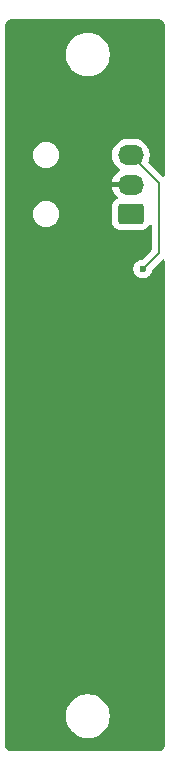
<source format=gbr>
%TF.GenerationSoftware,KiCad,Pcbnew,9.0.1*%
%TF.CreationDate,2025-09-15T21:48:15-05:00*%
%TF.ProjectId,IndicationPCB,496e6469-6361-4746-996f-6e5043422e6b,rev?*%
%TF.SameCoordinates,Original*%
%TF.FileFunction,Copper,L2,Bot*%
%TF.FilePolarity,Positive*%
%FSLAX46Y46*%
G04 Gerber Fmt 4.6, Leading zero omitted, Abs format (unit mm)*
G04 Created by KiCad (PCBNEW 9.0.1) date 2025-09-15 21:48:15*
%MOMM*%
%LPD*%
G01*
G04 APERTURE LIST*
G04 Aperture macros list*
%AMRoundRect*
0 Rectangle with rounded corners*
0 $1 Rounding radius*
0 $2 $3 $4 $5 $6 $7 $8 $9 X,Y pos of 4 corners*
0 Add a 4 corners polygon primitive as box body*
4,1,4,$2,$3,$4,$5,$6,$7,$8,$9,$2,$3,0*
0 Add four circle primitives for the rounded corners*
1,1,$1+$1,$2,$3*
1,1,$1+$1,$4,$5*
1,1,$1+$1,$6,$7*
1,1,$1+$1,$8,$9*
0 Add four rect primitives between the rounded corners*
20,1,$1+$1,$2,$3,$4,$5,0*
20,1,$1+$1,$4,$5,$6,$7,0*
20,1,$1+$1,$6,$7,$8,$9,0*
20,1,$1+$1,$8,$9,$2,$3,0*%
G04 Aperture macros list end*
%TA.AperFunction,ComponentPad*%
%ADD10RoundRect,0.250000X0.850000X0.600000X-0.850000X0.600000X-0.850000X-0.600000X0.850000X-0.600000X0*%
%TD*%
%TA.AperFunction,ComponentPad*%
%ADD11O,2.200000X1.700000*%
%TD*%
%TA.AperFunction,ViaPad*%
%ADD12C,0.600000*%
%TD*%
%TA.AperFunction,Conductor*%
%ADD13C,0.200000*%
%TD*%
G04 APERTURE END LIST*
D10*
%TO.P,J1,1,Pin_1*%
%TO.N,+5V*%
X148140000Y-65500000D03*
D11*
%TO.P,J1,2,Pin_2*%
%TO.N,GND*%
X148140000Y-63000000D03*
%TO.P,J1,3,Pin_3*%
%TO.N,/DIN*%
X148140000Y-60500000D03*
%TD*%
D12*
%TO.N,/DIN*%
X149150000Y-70150000D03*
%TD*%
D13*
%TO.N,/DIN*%
X150500000Y-68800000D02*
X150500000Y-62860000D01*
X150500000Y-62860000D02*
X148140000Y-60500000D01*
X149150000Y-70150000D02*
X150500000Y-68800000D01*
%TD*%
%TA.AperFunction,Conductor*%
%TO.N,GND*%
G36*
X150506922Y-49001280D02*
G01*
X150597266Y-49011459D01*
X150624331Y-49017636D01*
X150703540Y-49045352D01*
X150728553Y-49057398D01*
X150799606Y-49102043D01*
X150821313Y-49119355D01*
X150880644Y-49178686D01*
X150897957Y-49200395D01*
X150942600Y-49271444D01*
X150954648Y-49296462D01*
X150982362Y-49375666D01*
X150988540Y-49402735D01*
X150998720Y-49493076D01*
X150999500Y-49506961D01*
X150999500Y-62210903D01*
X150979815Y-62277942D01*
X150927011Y-62323697D01*
X150857853Y-62333641D01*
X150794297Y-62304616D01*
X150787819Y-62298584D01*
X149660061Y-61170826D01*
X149626576Y-61109503D01*
X149631560Y-61039811D01*
X149637260Y-61026845D01*
X149641555Y-61018415D01*
X149641557Y-61018412D01*
X149707246Y-60816243D01*
X149740500Y-60606287D01*
X149740500Y-60393713D01*
X149707246Y-60183757D01*
X149641557Y-59981588D01*
X149545051Y-59792184D01*
X149545049Y-59792181D01*
X149545048Y-59792179D01*
X149420109Y-59620213D01*
X149269786Y-59469890D01*
X149097820Y-59344951D01*
X148908414Y-59248444D01*
X148908413Y-59248443D01*
X148908412Y-59248443D01*
X148706243Y-59182754D01*
X148706241Y-59182753D01*
X148706240Y-59182753D01*
X148544957Y-59157208D01*
X148496287Y-59149500D01*
X147783713Y-59149500D01*
X147735042Y-59157208D01*
X147573760Y-59182753D01*
X147371585Y-59248444D01*
X147182179Y-59344951D01*
X147010213Y-59469890D01*
X146859890Y-59620213D01*
X146734951Y-59792179D01*
X146638444Y-59981585D01*
X146572753Y-60183760D01*
X146563481Y-60242302D01*
X146539500Y-60393713D01*
X146539500Y-60606287D01*
X146572754Y-60816243D01*
X146607261Y-60922445D01*
X146638444Y-61018414D01*
X146734951Y-61207820D01*
X146859890Y-61379786D01*
X147010209Y-61530105D01*
X147010214Y-61530109D01*
X147175218Y-61649991D01*
X147217884Y-61705320D01*
X147223863Y-61774934D01*
X147191258Y-61836729D01*
X147175218Y-61850627D01*
X147010540Y-61970272D01*
X147010535Y-61970276D01*
X146860276Y-62120535D01*
X146860272Y-62120540D01*
X146735379Y-62292442D01*
X146638904Y-62481782D01*
X146573242Y-62683870D01*
X146573242Y-62683873D01*
X146562769Y-62750000D01*
X147591518Y-62750000D01*
X147580889Y-62768409D01*
X147540000Y-62921009D01*
X147540000Y-63078991D01*
X147580889Y-63231591D01*
X147591518Y-63250000D01*
X146562769Y-63250000D01*
X146573242Y-63316126D01*
X146573242Y-63316129D01*
X146638904Y-63518217D01*
X146735379Y-63707557D01*
X146860272Y-63879459D01*
X146860276Y-63879464D01*
X146999143Y-64018331D01*
X147032628Y-64079654D01*
X147027644Y-64149346D01*
X146985772Y-64205279D01*
X146976559Y-64211551D01*
X146821342Y-64307289D01*
X146697289Y-64431342D01*
X146605187Y-64580663D01*
X146605186Y-64580666D01*
X146550001Y-64747203D01*
X146550001Y-64747204D01*
X146550000Y-64747204D01*
X146539500Y-64849983D01*
X146539500Y-66150001D01*
X146539501Y-66150018D01*
X146550000Y-66252796D01*
X146550001Y-66252799D01*
X146578702Y-66339411D01*
X146605186Y-66419334D01*
X146697288Y-66568656D01*
X146821344Y-66692712D01*
X146970666Y-66784814D01*
X147137203Y-66839999D01*
X147239991Y-66850500D01*
X149040008Y-66850499D01*
X149142797Y-66839999D01*
X149309334Y-66784814D01*
X149458656Y-66692712D01*
X149582712Y-66568656D01*
X149669961Y-66427201D01*
X149721909Y-66380477D01*
X149790871Y-66369254D01*
X149854954Y-66397098D01*
X149893810Y-66455166D01*
X149899500Y-66492298D01*
X149899500Y-68499903D01*
X149879815Y-68566942D01*
X149863181Y-68587584D01*
X149135339Y-69315425D01*
X149074016Y-69348910D01*
X149071850Y-69349361D01*
X148916508Y-69380261D01*
X148916498Y-69380264D01*
X148770827Y-69440602D01*
X148770814Y-69440609D01*
X148639711Y-69528210D01*
X148639707Y-69528213D01*
X148528213Y-69639707D01*
X148528210Y-69639711D01*
X148440609Y-69770814D01*
X148440602Y-69770827D01*
X148380264Y-69916498D01*
X148380261Y-69916510D01*
X148349500Y-70071153D01*
X148349500Y-70228846D01*
X148380261Y-70383489D01*
X148380264Y-70383501D01*
X148440602Y-70529172D01*
X148440609Y-70529185D01*
X148528210Y-70660288D01*
X148528213Y-70660292D01*
X148639707Y-70771786D01*
X148639711Y-70771789D01*
X148770814Y-70859390D01*
X148770827Y-70859397D01*
X148916498Y-70919735D01*
X148916503Y-70919737D01*
X149071153Y-70950499D01*
X149071156Y-70950500D01*
X149071158Y-70950500D01*
X149228844Y-70950500D01*
X149228845Y-70950499D01*
X149383497Y-70919737D01*
X149529179Y-70859394D01*
X149660289Y-70771789D01*
X149771789Y-70660289D01*
X149859394Y-70529179D01*
X149919737Y-70383497D01*
X149939113Y-70286085D01*
X149950638Y-70228150D01*
X149983023Y-70166239D01*
X149984520Y-70164714D01*
X150787819Y-69361414D01*
X150849142Y-69327930D01*
X150918834Y-69332914D01*
X150974767Y-69374786D01*
X150999184Y-69440250D01*
X150999500Y-69449096D01*
X150999500Y-110493038D01*
X150998720Y-110506922D01*
X150998720Y-110506923D01*
X150988540Y-110597264D01*
X150982362Y-110624333D01*
X150954648Y-110703537D01*
X150942600Y-110728555D01*
X150897957Y-110799604D01*
X150880644Y-110821313D01*
X150821313Y-110880644D01*
X150799604Y-110897957D01*
X150728555Y-110942600D01*
X150703537Y-110954648D01*
X150624333Y-110982362D01*
X150597264Y-110988540D01*
X150517075Y-110997576D01*
X150506921Y-110998720D01*
X150493038Y-110999500D01*
X138006962Y-110999500D01*
X137993078Y-110998720D01*
X137980553Y-110997308D01*
X137902735Y-110988540D01*
X137875666Y-110982362D01*
X137796462Y-110954648D01*
X137771444Y-110942600D01*
X137700395Y-110897957D01*
X137678686Y-110880644D01*
X137619355Y-110821313D01*
X137602042Y-110799604D01*
X137557399Y-110728555D01*
X137545351Y-110703537D01*
X137517637Y-110624333D01*
X137511459Y-110597263D01*
X137501280Y-110506922D01*
X137500500Y-110493038D01*
X137500500Y-107878711D01*
X142649500Y-107878711D01*
X142649500Y-108121288D01*
X142681161Y-108361785D01*
X142743947Y-108596104D01*
X142836773Y-108820205D01*
X142836776Y-108820212D01*
X142958064Y-109030289D01*
X142958066Y-109030292D01*
X142958067Y-109030293D01*
X143105733Y-109222736D01*
X143105739Y-109222743D01*
X143277256Y-109394260D01*
X143277262Y-109394265D01*
X143469711Y-109541936D01*
X143679788Y-109663224D01*
X143903900Y-109756054D01*
X144138211Y-109818838D01*
X144318586Y-109842584D01*
X144378711Y-109850500D01*
X144378712Y-109850500D01*
X144621289Y-109850500D01*
X144669388Y-109844167D01*
X144861789Y-109818838D01*
X145096100Y-109756054D01*
X145320212Y-109663224D01*
X145530289Y-109541936D01*
X145722738Y-109394265D01*
X145894265Y-109222738D01*
X146041936Y-109030289D01*
X146163224Y-108820212D01*
X146256054Y-108596100D01*
X146318838Y-108361789D01*
X146350500Y-108121288D01*
X146350500Y-107878712D01*
X146318838Y-107638211D01*
X146256054Y-107403900D01*
X146163224Y-107179788D01*
X146041936Y-106969711D01*
X145894265Y-106777262D01*
X145894260Y-106777256D01*
X145722743Y-106605739D01*
X145722736Y-106605733D01*
X145530293Y-106458067D01*
X145530292Y-106458066D01*
X145530289Y-106458064D01*
X145320212Y-106336776D01*
X145320205Y-106336773D01*
X145096104Y-106243947D01*
X144861785Y-106181161D01*
X144621289Y-106149500D01*
X144621288Y-106149500D01*
X144378712Y-106149500D01*
X144378711Y-106149500D01*
X144138214Y-106181161D01*
X143903895Y-106243947D01*
X143679794Y-106336773D01*
X143679785Y-106336777D01*
X143469706Y-106458067D01*
X143277263Y-106605733D01*
X143277256Y-106605739D01*
X143105739Y-106777256D01*
X143105733Y-106777263D01*
X142958067Y-106969706D01*
X142836777Y-107179785D01*
X142836773Y-107179794D01*
X142743947Y-107403895D01*
X142681161Y-107638214D01*
X142649500Y-107878711D01*
X137500500Y-107878711D01*
X137500500Y-65413389D01*
X139859500Y-65413389D01*
X139859500Y-65586611D01*
X139886598Y-65757701D01*
X139940127Y-65922445D01*
X140018768Y-66076788D01*
X140120586Y-66216928D01*
X140243072Y-66339414D01*
X140383212Y-66441232D01*
X140537555Y-66519873D01*
X140702299Y-66573402D01*
X140873389Y-66600500D01*
X140873390Y-66600500D01*
X141046610Y-66600500D01*
X141046611Y-66600500D01*
X141217701Y-66573402D01*
X141382445Y-66519873D01*
X141536788Y-66441232D01*
X141676928Y-66339414D01*
X141799414Y-66216928D01*
X141901232Y-66076788D01*
X141979873Y-65922445D01*
X142033402Y-65757701D01*
X142060500Y-65586611D01*
X142060500Y-65413389D01*
X142033402Y-65242299D01*
X141979873Y-65077555D01*
X141901232Y-64923212D01*
X141799414Y-64783072D01*
X141676928Y-64660586D01*
X141536788Y-64558768D01*
X141382447Y-64480128D01*
X141382446Y-64480127D01*
X141382445Y-64480127D01*
X141217701Y-64426598D01*
X141217699Y-64426597D01*
X141217698Y-64426597D01*
X141086271Y-64405781D01*
X141046611Y-64399500D01*
X140873389Y-64399500D01*
X140833728Y-64405781D01*
X140702302Y-64426597D01*
X140537552Y-64480128D01*
X140383211Y-64558768D01*
X140353069Y-64580668D01*
X140243072Y-64660586D01*
X140243070Y-64660588D01*
X140243069Y-64660588D01*
X140120588Y-64783069D01*
X140120588Y-64783070D01*
X140120586Y-64783072D01*
X140076859Y-64843256D01*
X140018768Y-64923211D01*
X139940128Y-65077552D01*
X139886597Y-65242302D01*
X139859500Y-65413389D01*
X137500500Y-65413389D01*
X137500500Y-60413389D01*
X139859500Y-60413389D01*
X139859500Y-60586611D01*
X139886598Y-60757701D01*
X139940127Y-60922445D01*
X140018768Y-61076788D01*
X140120586Y-61216928D01*
X140243072Y-61339414D01*
X140383212Y-61441232D01*
X140537555Y-61519873D01*
X140702299Y-61573402D01*
X140873389Y-61600500D01*
X140873390Y-61600500D01*
X141046610Y-61600500D01*
X141046611Y-61600500D01*
X141217701Y-61573402D01*
X141382445Y-61519873D01*
X141536788Y-61441232D01*
X141676928Y-61339414D01*
X141799414Y-61216928D01*
X141901232Y-61076788D01*
X141979873Y-60922445D01*
X142033402Y-60757701D01*
X142060500Y-60586611D01*
X142060500Y-60413389D01*
X142033402Y-60242299D01*
X141979873Y-60077555D01*
X141901232Y-59923212D01*
X141799414Y-59783072D01*
X141676928Y-59660586D01*
X141536788Y-59558768D01*
X141382445Y-59480127D01*
X141217701Y-59426598D01*
X141217699Y-59426597D01*
X141217698Y-59426597D01*
X141086271Y-59405781D01*
X141046611Y-59399500D01*
X140873389Y-59399500D01*
X140833728Y-59405781D01*
X140702302Y-59426597D01*
X140537552Y-59480128D01*
X140383211Y-59558768D01*
X140303256Y-59616859D01*
X140243072Y-59660586D01*
X140243070Y-59660588D01*
X140243069Y-59660588D01*
X140120588Y-59783069D01*
X140120588Y-59783070D01*
X140120586Y-59783072D01*
X140113966Y-59792184D01*
X140018768Y-59923211D01*
X139940128Y-60077552D01*
X139886597Y-60242302D01*
X139862616Y-60393713D01*
X139859500Y-60413389D01*
X137500500Y-60413389D01*
X137500500Y-51878711D01*
X142649500Y-51878711D01*
X142649500Y-52121288D01*
X142681161Y-52361785D01*
X142743947Y-52596104D01*
X142836773Y-52820205D01*
X142836776Y-52820212D01*
X142958064Y-53030289D01*
X142958066Y-53030292D01*
X142958067Y-53030293D01*
X143105733Y-53222736D01*
X143105739Y-53222743D01*
X143277256Y-53394260D01*
X143277262Y-53394265D01*
X143469711Y-53541936D01*
X143679788Y-53663224D01*
X143903900Y-53756054D01*
X144138211Y-53818838D01*
X144318586Y-53842584D01*
X144378711Y-53850500D01*
X144378712Y-53850500D01*
X144621289Y-53850500D01*
X144669388Y-53844167D01*
X144861789Y-53818838D01*
X145096100Y-53756054D01*
X145320212Y-53663224D01*
X145530289Y-53541936D01*
X145722738Y-53394265D01*
X145894265Y-53222738D01*
X146041936Y-53030289D01*
X146163224Y-52820212D01*
X146256054Y-52596100D01*
X146318838Y-52361789D01*
X146350500Y-52121288D01*
X146350500Y-51878712D01*
X146318838Y-51638211D01*
X146256054Y-51403900D01*
X146163224Y-51179788D01*
X146041936Y-50969711D01*
X145894265Y-50777262D01*
X145894260Y-50777256D01*
X145722743Y-50605739D01*
X145722736Y-50605733D01*
X145530293Y-50458067D01*
X145530292Y-50458066D01*
X145530289Y-50458064D01*
X145320212Y-50336776D01*
X145320205Y-50336773D01*
X145096104Y-50243947D01*
X144861785Y-50181161D01*
X144621289Y-50149500D01*
X144621288Y-50149500D01*
X144378712Y-50149500D01*
X144378711Y-50149500D01*
X144138214Y-50181161D01*
X143903895Y-50243947D01*
X143679794Y-50336773D01*
X143679785Y-50336777D01*
X143469706Y-50458067D01*
X143277263Y-50605733D01*
X143277256Y-50605739D01*
X143105739Y-50777256D01*
X143105733Y-50777263D01*
X142958067Y-50969706D01*
X142836777Y-51179785D01*
X142836773Y-51179794D01*
X142743947Y-51403895D01*
X142681161Y-51638214D01*
X142649500Y-51878711D01*
X137500500Y-51878711D01*
X137500500Y-49506961D01*
X137501280Y-49493077D01*
X137501280Y-49493076D01*
X137511460Y-49402729D01*
X137517635Y-49375670D01*
X137545353Y-49296456D01*
X137557396Y-49271450D01*
X137602046Y-49200389D01*
X137619351Y-49178690D01*
X137678690Y-49119351D01*
X137700389Y-49102046D01*
X137771450Y-49057396D01*
X137796456Y-49045353D01*
X137875670Y-49017635D01*
X137902733Y-49011459D01*
X137965419Y-49004396D01*
X137993079Y-49001280D01*
X138006962Y-49000500D01*
X138065892Y-49000500D01*
X150434108Y-49000500D01*
X150493038Y-49000500D01*
X150506922Y-49001280D01*
G37*
%TD.AperFunction*%
%TD*%
M02*

</source>
